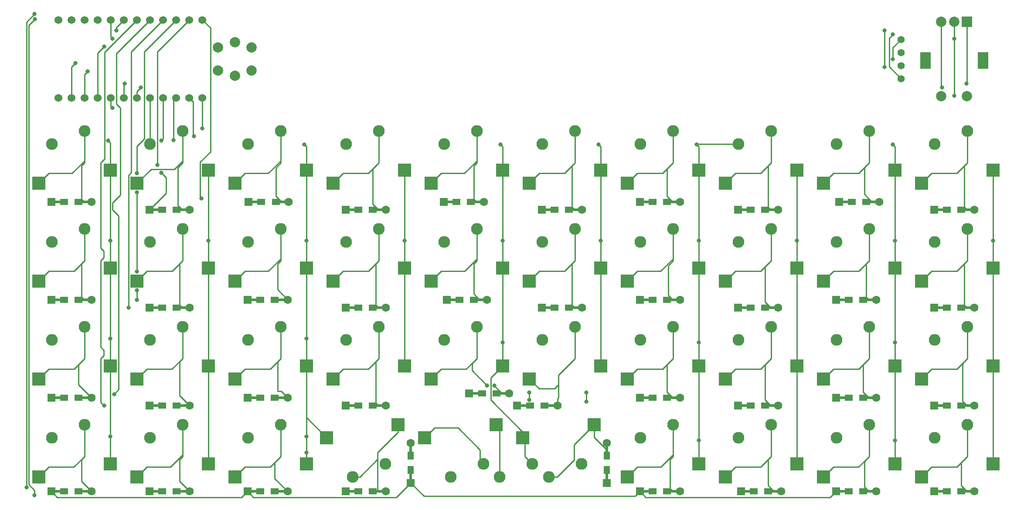
<source format=gbr>
G04 #@! TF.GenerationSoftware,KiCad,Pcbnew,(6.0.4-0)*
G04 #@! TF.CreationDate,2022-05-09T18:43:36-05:00*
G04 #@! TF.ProjectId,freaku4X,66726561-6b75-4345-982e-6b696361645f,rev?*
G04 #@! TF.SameCoordinates,Original*
G04 #@! TF.FileFunction,Copper,L2,Bot*
G04 #@! TF.FilePolarity,Positive*
%FSLAX46Y46*%
G04 Gerber Fmt 4.6, Leading zero omitted, Abs format (unit mm)*
G04 Created by KiCad (PCBNEW (6.0.4-0)) date 2022-05-09 18:43:36*
%MOMM*%
%LPD*%
G01*
G04 APERTURE LIST*
G04 #@! TA.AperFunction,ComponentPad*
%ADD10C,2.286000*%
G04 #@! TD*
G04 #@! TA.AperFunction,SMDPad,CuDef*
%ADD11R,2.550000X2.500000*%
G04 #@! TD*
G04 #@! TA.AperFunction,ComponentPad*
%ADD12C,1.397000*%
G04 #@! TD*
G04 #@! TA.AperFunction,ComponentPad*
%ADD13C,2.000000*%
G04 #@! TD*
G04 #@! TA.AperFunction,ComponentPad*
%ADD14R,2.000000X2.000000*%
G04 #@! TD*
G04 #@! TA.AperFunction,ComponentPad*
%ADD15R,2.000000X3.200000*%
G04 #@! TD*
G04 #@! TA.AperFunction,ComponentPad*
%ADD16C,1.524000*%
G04 #@! TD*
G04 #@! TA.AperFunction,ComponentPad*
%ADD17R,1.600000X1.600000*%
G04 #@! TD*
G04 #@! TA.AperFunction,SMDPad,CuDef*
%ADD18R,1.600000X1.200000*%
G04 #@! TD*
G04 #@! TA.AperFunction,SMDPad,CuDef*
%ADD19R,2.900000X0.500000*%
G04 #@! TD*
G04 #@! TA.AperFunction,ComponentPad*
%ADD20C,1.600000*%
G04 #@! TD*
G04 #@! TA.AperFunction,SMDPad,CuDef*
%ADD21R,1.200000X1.600000*%
G04 #@! TD*
G04 #@! TA.AperFunction,SMDPad,CuDef*
%ADD22R,0.500000X2.900000*%
G04 #@! TD*
G04 #@! TA.AperFunction,ViaPad*
%ADD23C,0.800000*%
G04 #@! TD*
G04 #@! TA.AperFunction,Conductor*
%ADD24C,0.250000*%
G04 #@! TD*
G04 APERTURE END LIST*
D10*
G04 #@! TO.P,SW13,1,A*
G04 #@! TO.N,Net-(D16-Pad2)*
X86677500Y-90170000D03*
D11*
X77847500Y-100330000D03*
G04 #@! TO.P,SW13,2,B*
G04 #@! TO.N,col1*
X91697500Y-97790000D03*
D10*
X80327500Y-92710000D03*
G04 #@! TD*
G04 #@! TO.P,SW16,1,A*
G04 #@! TO.N,Net-(D13-Pad2)*
X143827500Y-90170000D03*
D11*
X134997500Y-100330000D03*
G04 #@! TO.P,SW16,2,B*
G04 #@! TO.N,col3*
X148847500Y-97790000D03*
D10*
X137477500Y-92710000D03*
G04 #@! TD*
D11*
G04 #@! TO.P,SW9,1,A*
G04 #@! TO.N,Net-(D9-Pad2)*
X192147500Y-81280000D03*
D10*
X200977500Y-71120000D03*
D11*
G04 #@! TO.P,SW9,2,B*
G04 #@! TO.N,col4*
X205997500Y-78740000D03*
D10*
X194627500Y-73660000D03*
G04 #@! TD*
G04 #@! TO.P,SW40,1,A*
G04 #@! TO.N,Net-(D35-Pad2)*
X220027500Y-128270000D03*
D11*
X211197500Y-138430000D03*
D10*
G04 #@! TO.P,SW40,2,B*
G04 #@! TO.N,col5*
X213677500Y-130810000D03*
D11*
X225047500Y-135890000D03*
G04 #@! TD*
G04 #@! TO.P,SW41,1,A*
G04 #@! TO.N,Net-(D40-Pad2)*
X230247500Y-138430000D03*
D10*
X239077500Y-128270000D03*
D11*
G04 #@! TO.P,SW41,2,B*
G04 #@! TO.N,col5*
X244097500Y-135890000D03*
D10*
X232727500Y-130810000D03*
G04 #@! TD*
G04 #@! TO.P,SW21,1,A*
G04 #@! TO.N,Net-(D20-Pad2)*
X239077500Y-90170000D03*
D11*
X230247500Y-100330000D03*
G04 #@! TO.P,SW21,2,B*
G04 #@! TO.N,col5*
X244097500Y-97790000D03*
D10*
X232727500Y-92710000D03*
G04 #@! TD*
G04 #@! TO.P,SW14,1,A*
G04 #@! TO.N,Net-(D12-Pad2)*
X105727500Y-90170000D03*
D11*
X96897500Y-100330000D03*
D10*
G04 #@! TO.P,SW14,2,B*
G04 #@! TO.N,col2*
X99377500Y-92710000D03*
D11*
X110747500Y-97790000D03*
G04 #@! TD*
G04 #@! TO.P,SW37,1,A*
G04 #@! TO.N,Net-(D38-Pad2)*
X166627500Y-128270000D03*
D10*
X157797500Y-138430000D03*
D11*
G04 #@! TO.P,SW37,2,B*
G04 #@! TO.N,col3*
X152777500Y-130810000D03*
D10*
X164147500Y-135890000D03*
G04 #@! TD*
D11*
G04 #@! TO.P,SW28,1,A*
G04 #@! TO.N,Net-(D24-Pad2)*
X173097500Y-119380000D03*
D10*
X181927500Y-109220000D03*
G04 #@! TO.P,SW28,2,B*
G04 #@! TO.N,col4*
X175577500Y-111760000D03*
D11*
X186947500Y-116840000D03*
G04 #@! TD*
G04 #@! TO.P,SW23,1,A*
G04 #@! TO.N,Net-(D26-Pad2)*
X77847500Y-119380000D03*
D10*
X86677500Y-109220000D03*
G04 #@! TO.P,SW23,2,B*
G04 #@! TO.N,col1*
X80327500Y-111760000D03*
D11*
X91697500Y-116840000D03*
G04 #@! TD*
D10*
G04 #@! TO.P,SW6,1,A*
G04 #@! TO.N,Net-(D3-Pad2)*
X143827500Y-71120000D03*
D11*
X134997500Y-81280000D03*
D10*
G04 #@! TO.P,SW6,2,B*
G04 #@! TO.N,col3*
X137477500Y-73660000D03*
D11*
X148847500Y-78740000D03*
G04 #@! TD*
D12*
G04 #@! TO.P,OL1,1,SDA*
G04 #@! TO.N,sda*
X226218750Y-60960000D03*
G04 #@! TO.P,OL1,2,SCL*
G04 #@! TO.N,scl*
X226218750Y-58420000D03*
G04 #@! TO.P,OL1,3,VCC*
G04 #@! TO.N,vcc*
X226218750Y-55880000D03*
G04 #@! TO.P,OL1,4,GND*
G04 #@! TO.N,gnd*
X226218750Y-53340000D03*
G04 #@! TD*
D11*
G04 #@! TO.P,SW30,1,A*
G04 #@! TO.N,Net-(D25-Pad2)*
X211197500Y-119380000D03*
D10*
X220027500Y-109220000D03*
D11*
G04 #@! TO.P,SW30,2,B*
G04 #@! TO.N,col5*
X225047500Y-116840000D03*
D10*
X213677500Y-111760000D03*
G04 #@! TD*
G04 #@! TO.P,SW22,1,A*
G04 #@! TO.N,Net-(D21-Pad2)*
X67627500Y-109220000D03*
D11*
X58797500Y-119380000D03*
D10*
G04 #@! TO.P,SW22,2,B*
G04 #@! TO.N,col1*
X61277500Y-111760000D03*
D11*
X72647500Y-116840000D03*
G04 #@! TD*
D10*
G04 #@! TO.P,SW11,1,A*
G04 #@! TO.N,Net-(D10-Pad2)*
X239077500Y-71120000D03*
D11*
X230247500Y-81280000D03*
G04 #@! TO.P,SW11,2,B*
G04 #@! TO.N,col5*
X244097500Y-78740000D03*
D10*
X232727500Y-73660000D03*
G04 #@! TD*
D11*
G04 #@! TO.P,SW32,1,A*
G04 #@! TO.N,Net-(D31-Pad2)*
X58797500Y-138430000D03*
D10*
X67627500Y-128270000D03*
D11*
G04 #@! TO.P,SW32,2,B*
G04 #@! TO.N,col1*
X72647500Y-135890000D03*
D10*
X61277500Y-130810000D03*
G04 #@! TD*
D11*
G04 #@! TO.P,SW7,1,A*
G04 #@! TO.N,Net-(D8-Pad2)*
X154047500Y-81280000D03*
D10*
X162877500Y-71120000D03*
G04 #@! TO.P,SW7,2,B*
G04 #@! TO.N,col3*
X156527500Y-73660000D03*
D11*
X167897500Y-78740000D03*
G04 #@! TD*
D10*
G04 #@! TO.P,SW38,1,A*
G04 #@! TO.N,Net-(D34-Pad2)*
X181927500Y-128270000D03*
D11*
X173097500Y-138430000D03*
G04 #@! TO.P,SW38,2,B*
G04 #@! TO.N,col4*
X186947500Y-135890000D03*
D10*
X175577500Y-130810000D03*
G04 #@! TD*
G04 #@! TO.P,SW36,1,A*
G04 #@! TO.N,Net-(D33-Pad2)*
X138747500Y-138430000D03*
D11*
X147577500Y-128270000D03*
G04 #@! TO.P,SW36,2,B*
G04 #@! TO.N,col3*
X133727500Y-130810000D03*
D10*
X145097500Y-135890000D03*
G04 #@! TD*
G04 #@! TO.P,SW35,1,A*
G04 #@! TO.N,Net-(D37-Pad2)*
X119697500Y-138430000D03*
D11*
X128527500Y-128270000D03*
G04 #@! TO.P,SW35,2,B*
G04 #@! TO.N,col2*
X114677500Y-130810000D03*
D10*
X126047500Y-135890000D03*
G04 #@! TD*
G04 #@! TO.P,SW26,1,A*
G04 #@! TO.N,Net-(D23-Pad2)*
X143827500Y-109220000D03*
D11*
X134997500Y-119380000D03*
D10*
G04 #@! TO.P,SW26,2,B*
G04 #@! TO.N,col3*
X137477500Y-111760000D03*
D11*
X148847500Y-116840000D03*
G04 #@! TD*
G04 #@! TO.P,SW25,1,A*
G04 #@! TO.N,Net-(D27-Pad2)*
X115947500Y-119380000D03*
D10*
X124777500Y-109220000D03*
G04 #@! TO.P,SW25,2,B*
G04 #@! TO.N,col2*
X118427500Y-111760000D03*
D11*
X129797500Y-116840000D03*
G04 #@! TD*
D10*
G04 #@! TO.P,SW18,1,A*
G04 #@! TO.N,Net-(D14-Pad2)*
X181927500Y-90170000D03*
D11*
X173097500Y-100330000D03*
G04 #@! TO.P,SW18,2,B*
G04 #@! TO.N,col4*
X186947500Y-97790000D03*
D10*
X175577500Y-92710000D03*
G04 #@! TD*
D13*
G04 #@! TO.P,SW43,1,A*
G04 #@! TO.N,vcc*
X96837500Y-53900000D03*
G04 #@! TO.P,SW43,2,B*
G04 #@! TO.N,rst*
X96837500Y-60400000D03*
G04 #@! TD*
D11*
G04 #@! TO.P,SW20,1,A*
G04 #@! TO.N,Net-(D15-Pad2)*
X211197500Y-100330000D03*
D10*
X220027500Y-90170000D03*
G04 #@! TO.P,SW20,2,B*
G04 #@! TO.N,col5*
X213677500Y-92710000D03*
D11*
X225047500Y-97790000D03*
G04 #@! TD*
D10*
G04 #@! TO.P,SW19,1,A*
G04 #@! TO.N,Net-(D19-Pad2)*
X200977500Y-90170000D03*
D11*
X192147500Y-100330000D03*
G04 #@! TO.P,SW19,2,B*
G04 #@! TO.N,col4*
X205997500Y-97790000D03*
D10*
X194627500Y-92710000D03*
G04 #@! TD*
G04 #@! TO.P,SW17,1,A*
G04 #@! TO.N,Net-(D18-Pad2)*
X162877500Y-90170000D03*
D11*
X154047500Y-100330000D03*
D10*
G04 #@! TO.P,SW17,2,B*
G04 #@! TO.N,col3*
X156527500Y-92710000D03*
D11*
X167897500Y-97790000D03*
G04 #@! TD*
G04 #@! TO.P,SW12,1,A*
G04 #@! TO.N,Net-(D11-Pad2)*
X58797500Y-100330000D03*
D10*
X67627500Y-90170000D03*
G04 #@! TO.P,SW12,2,B*
G04 #@! TO.N,col1*
X61277500Y-92710000D03*
D11*
X72647500Y-97790000D03*
G04 #@! TD*
G04 #@! TO.P,SW3,1,A*
G04 #@! TO.N,Net-(D6-Pad2)*
X77847500Y-81280000D03*
D10*
X86677500Y-71120000D03*
D11*
G04 #@! TO.P,SW3,2,B*
G04 #@! TO.N,col1*
X91697500Y-78740000D03*
D10*
X80327500Y-73660000D03*
G04 #@! TD*
D11*
G04 #@! TO.P,SW2,1,A*
G04 #@! TO.N,Net-(D1-Pad2)*
X58797500Y-81280000D03*
D10*
X67627500Y-71120000D03*
G04 #@! TO.P,SW2,2,B*
G04 #@! TO.N,col1*
X61277500Y-73660000D03*
D11*
X72647500Y-78740000D03*
G04 #@! TD*
D10*
G04 #@! TO.P,SW5,1,A*
G04 #@! TO.N,Net-(D7-Pad2)*
X124777500Y-71120000D03*
D11*
X115947500Y-81280000D03*
D10*
G04 #@! TO.P,SW5,2,B*
G04 #@! TO.N,col2*
X118427500Y-73660000D03*
D11*
X129797500Y-78740000D03*
G04 #@! TD*
D10*
G04 #@! TO.P,SW44,1,A*
G04 #@! TO.N,Net-(D33-Pad2)*
X148272500Y-138430000D03*
G04 #@! TO.P,SW44,2,B*
G04 #@! TO.N,col3*
X154622500Y-135890000D03*
G04 #@! TD*
G04 #@! TO.P,SW33,1,A*
G04 #@! TO.N,Net-(D36-Pad2)*
X86677500Y-128270000D03*
D11*
X77847500Y-138430000D03*
D10*
G04 #@! TO.P,SW33,2,B*
G04 #@! TO.N,col1*
X80327500Y-130810000D03*
D11*
X91697500Y-135890000D03*
G04 #@! TD*
D10*
G04 #@! TO.P,SW4,1,A*
G04 #@! TO.N,Net-(D2-Pad2)*
X105727500Y-71120000D03*
D11*
X96897500Y-81280000D03*
D10*
G04 #@! TO.P,SW4,2,B*
G04 #@! TO.N,col2*
X99377500Y-73660000D03*
D11*
X110747500Y-78740000D03*
G04 #@! TD*
G04 #@! TO.P,SW24,1,A*
G04 #@! TO.N,Net-(D22-Pad2)*
X96897500Y-119380000D03*
D10*
X105727500Y-109220000D03*
G04 #@! TO.P,SW24,2,B*
G04 #@! TO.N,col2*
X99377500Y-111760000D03*
D11*
X110747500Y-116840000D03*
G04 #@! TD*
D14*
G04 #@! TO.P,SW1,A,A*
G04 #@! TO.N,padA*
X239037500Y-49900000D03*
D13*
G04 #@! TO.P,SW1,B,B*
G04 #@! TO.N,padB*
X234037500Y-49900000D03*
G04 #@! TO.P,SW1,C,C*
G04 #@! TO.N,gnd*
X236537500Y-49900000D03*
D15*
G04 #@! TO.P,SW1,MP*
G04 #@! TO.N,N/C*
X242137500Y-57400000D03*
X230937500Y-57400000D03*
D13*
G04 #@! TO.P,SW1,S1,S1*
G04 #@! TO.N,gnd*
X234037500Y-64400000D03*
G04 #@! TO.P,SW1,S2,S2*
G04 #@! TO.N,encoder_switch*
X239037500Y-64400000D03*
G04 #@! TD*
D11*
G04 #@! TO.P,SW10,1,A*
G04 #@! TO.N,Net-(D5-Pad2)*
X211197500Y-81280000D03*
D10*
X220027500Y-71120000D03*
D11*
G04 #@! TO.P,SW10,2,B*
G04 #@! TO.N,col5*
X225047500Y-78740000D03*
D10*
X213677500Y-73660000D03*
G04 #@! TD*
D11*
G04 #@! TO.P,SW8,1,A*
G04 #@! TO.N,Net-(D4-Pad2)*
X173097500Y-81280000D03*
D10*
X181927500Y-71120000D03*
D11*
G04 #@! TO.P,SW8,2,B*
G04 #@! TO.N,col4*
X186947500Y-78740000D03*
D10*
X175577500Y-73660000D03*
G04 #@! TD*
D16*
G04 #@! TO.P,U1,1,TX0/PD3*
G04 #@! TO.N,row8*
X62565750Y-49538600D03*
G04 #@! TO.P,U1,2,RX1/PD2*
G04 #@! TO.N,row7*
X65105750Y-49538600D03*
G04 #@! TO.P,U1,3,GND*
G04 #@! TO.N,unconnected-(U1-Pad3)*
X67645750Y-49538600D03*
G04 #@! TO.P,U1,4,GND*
G04 #@! TO.N,unconnected-(U1-Pad4)*
X70185750Y-49538600D03*
G04 #@! TO.P,U1,5,2/PD1*
G04 #@! TO.N,sda*
X72725750Y-49538600D03*
G04 #@! TO.P,U1,6,3/PD0*
G04 #@! TO.N,scl*
X75265750Y-49538600D03*
G04 #@! TO.P,U1,7,4/PD4*
G04 #@! TO.N,row6*
X77805750Y-49538600D03*
G04 #@! TO.P,U1,8,5/PC6*
G04 #@! TO.N,row5*
X80345750Y-49538600D03*
G04 #@! TO.P,U1,9,6/PD7*
G04 #@! TO.N,row4*
X82885750Y-49538600D03*
G04 #@! TO.P,U1,10,7/PE6*
G04 #@! TO.N,row3*
X85425750Y-49538600D03*
G04 #@! TO.P,U1,11,8/PB4*
G04 #@! TO.N,row2*
X87965750Y-49538600D03*
G04 #@! TO.P,U1,12,9/PB5*
G04 #@! TO.N,row1*
X90505750Y-49538600D03*
G04 #@! TO.P,U1,13,10/PB6*
G04 #@! TO.N,col5*
X90505750Y-64758600D03*
G04 #@! TO.P,U1,14,16/PB2*
G04 #@! TO.N,col4*
X87965750Y-64758600D03*
G04 #@! TO.P,U1,15,14/PB3*
G04 #@! TO.N,col3*
X85425750Y-64758600D03*
G04 #@! TO.P,U1,16,15/PB1*
G04 #@! TO.N,col2*
X82885750Y-64758600D03*
G04 #@! TO.P,U1,17,A0/PF7*
G04 #@! TO.N,col1*
X80345750Y-64758600D03*
G04 #@! TO.P,U1,18,A1/PF6*
G04 #@! TO.N,padB*
X77805750Y-64758600D03*
G04 #@! TO.P,U1,19,A2/PF5*
G04 #@! TO.N,padA*
X75265750Y-64758600D03*
G04 #@! TO.P,U1,20,A3/PF4*
G04 #@! TO.N,encoder_switch*
X72725750Y-64758600D03*
G04 #@! TO.P,U1,21,VCC*
G04 #@! TO.N,vcc*
X70185750Y-64758600D03*
G04 #@! TO.P,U1,22,RST*
G04 #@! TO.N,rst*
X67645750Y-64758600D03*
G04 #@! TO.P,U1,23,GND*
G04 #@! TO.N,gnd*
X65105750Y-64758600D03*
G04 #@! TO.P,U1,24,RAW*
G04 #@! TO.N,unconnected-(U1-Pad24)*
X62565750Y-64758600D03*
G04 #@! TD*
D11*
G04 #@! TO.P,SW29,1,A*
G04 #@! TO.N,Net-(D29-Pad2)*
X192147500Y-119380000D03*
D10*
X200977500Y-109220000D03*
G04 #@! TO.P,SW29,2,B*
G04 #@! TO.N,col4*
X194627500Y-111760000D03*
D11*
X205997500Y-116840000D03*
G04 #@! TD*
G04 #@! TO.P,SW39,1,A*
G04 #@! TO.N,Net-(D39-Pad2)*
X192147500Y-138430000D03*
D10*
X200977500Y-128270000D03*
D11*
G04 #@! TO.P,SW39,2,B*
G04 #@! TO.N,col4*
X205997500Y-135890000D03*
D10*
X194627500Y-130810000D03*
G04 #@! TD*
D11*
G04 #@! TO.P,SW31,1,A*
G04 #@! TO.N,Net-(D30-Pad2)*
X230247500Y-119380000D03*
D10*
X239077500Y-109220000D03*
D11*
G04 #@! TO.P,SW31,2,B*
G04 #@! TO.N,col5*
X244097500Y-116840000D03*
D10*
X232727500Y-111760000D03*
G04 #@! TD*
D11*
G04 #@! TO.P,SW27,1,A*
G04 #@! TO.N,Net-(D28-Pad2)*
X154047500Y-119380000D03*
D10*
X162877500Y-109220000D03*
D11*
G04 #@! TO.P,SW27,2,B*
G04 #@! TO.N,col3*
X167897500Y-116840000D03*
D10*
X156527500Y-111760000D03*
G04 #@! TD*
D11*
G04 #@! TO.P,SW34,1,A*
G04 #@! TO.N,Net-(D32-Pad2)*
X96897500Y-138430000D03*
D10*
X105727500Y-128270000D03*
D11*
G04 #@! TO.P,SW34,2,B*
G04 #@! TO.N,col2*
X110747500Y-135890000D03*
D10*
X99377500Y-130810000D03*
G04 #@! TD*
D11*
G04 #@! TO.P,SW15,1,A*
G04 #@! TO.N,Net-(D17-Pad2)*
X115947500Y-100330000D03*
D10*
X124777500Y-90170000D03*
G04 #@! TO.P,SW15,2,B*
G04 #@! TO.N,col2*
X118427500Y-92710000D03*
D11*
X129797500Y-97790000D03*
G04 #@! TD*
D17*
G04 #@! TO.P,D22,1,K*
G04 #@! TO.N,row5*
X99287500Y-123031250D03*
D18*
X101787500Y-123031250D03*
D19*
X100687500Y-123031250D03*
G04 #@! TO.P,D22,2,A*
G04 #@! TO.N,Net-(D22-Pad2)*
X105687500Y-123031250D03*
D18*
X104587500Y-123031250D03*
D20*
X107087500Y-123031250D03*
G04 #@! TD*
D17*
G04 #@! TO.P,D15,1,K*
G04 #@! TO.N,row3*
X213587500Y-103981250D03*
D19*
X214987500Y-103981250D03*
D18*
X216087500Y-103981250D03*
D20*
G04 #@! TO.P,D15,2,A*
G04 #@! TO.N,Net-(D15-Pad2)*
X221387500Y-103981250D03*
D19*
X219987500Y-103981250D03*
D18*
X218887500Y-103981250D03*
G04 #@! TD*
D17*
G04 #@! TO.P,D1,1,K*
G04 #@! TO.N,row1*
X61187500Y-84931250D03*
D18*
X63687500Y-84931250D03*
D19*
X62587500Y-84931250D03*
D18*
G04 #@! TO.P,D1,2,A*
G04 #@! TO.N,Net-(D1-Pad2)*
X66487500Y-84931250D03*
D19*
X67587500Y-84931250D03*
D20*
X68987500Y-84931250D03*
G04 #@! TD*
D18*
G04 #@! TO.P,D19,1,K*
G04 #@! TO.N,row4*
X197037500Y-105568750D03*
D17*
X194537500Y-105568750D03*
D19*
X195937500Y-105568750D03*
G04 #@! TO.P,D19,2,A*
G04 #@! TO.N,Net-(D19-Pad2)*
X200937500Y-105568750D03*
D18*
X199837500Y-105568750D03*
D20*
X202337500Y-105568750D03*
G04 #@! TD*
D17*
G04 #@! TO.P,D7,1,K*
G04 #@! TO.N,row2*
X118337500Y-86518750D03*
D18*
X120837500Y-86518750D03*
D19*
X119737500Y-86518750D03*
G04 #@! TO.P,D7,2,A*
G04 #@! TO.N,Net-(D7-Pad2)*
X124737500Y-86518750D03*
D18*
X123637500Y-86518750D03*
D20*
X126137500Y-86518750D03*
G04 #@! TD*
D19*
G04 #@! TO.P,D29,1,K*
G04 #@! TO.N,row6*
X195937500Y-124618750D03*
D17*
X194537500Y-124618750D03*
D18*
X197037500Y-124618750D03*
D20*
G04 #@! TO.P,D29,2,A*
G04 #@! TO.N,Net-(D29-Pad2)*
X202337500Y-124618750D03*
D18*
X199837500Y-124618750D03*
D19*
X200937500Y-124618750D03*
G04 #@! TD*
G04 #@! TO.P,D26,1,K*
G04 #@! TO.N,row6*
X81637500Y-124618750D03*
D17*
X80237500Y-124618750D03*
D18*
X82737500Y-124618750D03*
D19*
G04 #@! TO.P,D26,2,A*
G04 #@! TO.N,Net-(D26-Pad2)*
X86637500Y-124618750D03*
D18*
X85537500Y-124618750D03*
D20*
X88037500Y-124618750D03*
G04 #@! TD*
D19*
G04 #@! TO.P,D8,1,K*
G04 #@! TO.N,row2*
X157837500Y-86518750D03*
D18*
X158937500Y-86518750D03*
D17*
X156437500Y-86518750D03*
D19*
G04 #@! TO.P,D8,2,A*
G04 #@! TO.N,Net-(D8-Pad2)*
X162837500Y-86518750D03*
D18*
X161737500Y-86518750D03*
D20*
X164237500Y-86518750D03*
G04 #@! TD*
D18*
G04 #@! TO.P,D34,1,K*
G04 #@! TO.N,row7*
X177987500Y-141287500D03*
D17*
X175487500Y-141287500D03*
D19*
X176887500Y-141287500D03*
G04 #@! TO.P,D34,2,A*
G04 #@! TO.N,Net-(D34-Pad2)*
X181887500Y-141287500D03*
D18*
X180787500Y-141287500D03*
D20*
X183287500Y-141287500D03*
G04 #@! TD*
D19*
G04 #@! TO.P,D14,1,K*
G04 #@! TO.N,row3*
X176887500Y-103981250D03*
D18*
X177987500Y-103981250D03*
D17*
X175487500Y-103981250D03*
D19*
G04 #@! TO.P,D14,2,A*
G04 #@! TO.N,Net-(D14-Pad2)*
X181887500Y-103981250D03*
D18*
X180787500Y-103981250D03*
D20*
X183287500Y-103981250D03*
G04 #@! TD*
D18*
G04 #@! TO.P,D11,1,K*
G04 #@! TO.N,row3*
X63687500Y-103981250D03*
D17*
X61187500Y-103981250D03*
D19*
X62587500Y-103981250D03*
G04 #@! TO.P,D11,2,A*
G04 #@! TO.N,Net-(D11-Pad2)*
X67587500Y-103981250D03*
D18*
X66487500Y-103981250D03*
D20*
X68987500Y-103981250D03*
G04 #@! TD*
D17*
G04 #@! TO.P,D37,1,K*
G04 #@! TO.N,row8*
X118337500Y-141287500D03*
D19*
X119737500Y-141287500D03*
D18*
X120837500Y-141287500D03*
G04 #@! TO.P,D37,2,A*
G04 #@! TO.N,Net-(D37-Pad2)*
X123637500Y-141287500D03*
D19*
X124737500Y-141287500D03*
D20*
X126137500Y-141287500D03*
G04 #@! TD*
D19*
G04 #@! TO.P,D35,1,K*
G04 #@! TO.N,row7*
X214987500Y-141287500D03*
D18*
X216087500Y-141287500D03*
D17*
X213587500Y-141287500D03*
D19*
G04 #@! TO.P,D35,2,A*
G04 #@! TO.N,Net-(D35-Pad2)*
X219987500Y-141287500D03*
D18*
X218887500Y-141287500D03*
D20*
X221387500Y-141287500D03*
G04 #@! TD*
D17*
G04 #@! TO.P,D25,1,K*
G04 #@! TO.N,row5*
X213587500Y-123031250D03*
D19*
X214987500Y-123031250D03*
D18*
X216087500Y-123031250D03*
D20*
G04 #@! TO.P,D25,2,A*
G04 #@! TO.N,Net-(D25-Pad2)*
X221387500Y-123031250D03*
D19*
X219987500Y-123031250D03*
D18*
X218887500Y-123031250D03*
G04 #@! TD*
G04 #@! TO.P,D5,1,K*
G04 #@! TO.N,row1*
X216693750Y-84931250D03*
D17*
X214193750Y-84931250D03*
D19*
X215593750Y-84931250D03*
G04 #@! TO.P,D5,2,A*
G04 #@! TO.N,Net-(D5-Pad2)*
X220593750Y-84931250D03*
D20*
X221993750Y-84931250D03*
D18*
X219493750Y-84931250D03*
G04 #@! TD*
G04 #@! TO.P,D39,1,K*
G04 #@! TO.N,row8*
X197643750Y-141287500D03*
D19*
X196543750Y-141287500D03*
D17*
X195143750Y-141287500D03*
D18*
G04 #@! TO.P,D39,2,A*
G04 #@! TO.N,Net-(D39-Pad2)*
X200443750Y-141287500D03*
D19*
X201543750Y-141287500D03*
D20*
X202943750Y-141287500D03*
G04 #@! TD*
D17*
G04 #@! TO.P,D31,1,K*
G04 #@! TO.N,row7*
X61187500Y-141287500D03*
D19*
X62587500Y-141287500D03*
D18*
X63687500Y-141287500D03*
G04 #@! TO.P,D31,2,A*
G04 #@! TO.N,Net-(D31-Pad2)*
X66487500Y-141287500D03*
D19*
X67587500Y-141287500D03*
D20*
X68987500Y-141287500D03*
G04 #@! TD*
D18*
G04 #@! TO.P,D10,1,K*
G04 #@! TO.N,row2*
X235137500Y-86518750D03*
D17*
X232637500Y-86518750D03*
D19*
X234037500Y-86518750D03*
D20*
G04 #@! TO.P,D10,2,A*
G04 #@! TO.N,Net-(D10-Pad2)*
X240437500Y-86518750D03*
D18*
X237937500Y-86518750D03*
D19*
X239037500Y-86518750D03*
G04 #@! TD*
D18*
G04 #@! TO.P,D24,1,K*
G04 #@! TO.N,row5*
X177987500Y-123031250D03*
D17*
X175487500Y-123031250D03*
D19*
X176887500Y-123031250D03*
D18*
G04 #@! TO.P,D24,2,A*
G04 #@! TO.N,Net-(D24-Pad2)*
X180787500Y-123031250D03*
D20*
X183287500Y-123031250D03*
D19*
X181887500Y-123031250D03*
G04 #@! TD*
D18*
G04 #@! TO.P,D23,1,K*
G04 #@! TO.N,row5*
X144837500Y-122237500D03*
D17*
X142337500Y-122237500D03*
D19*
X143737500Y-122237500D03*
D20*
G04 #@! TO.P,D23,2,A*
G04 #@! TO.N,Net-(D23-Pad2)*
X150137500Y-122237500D03*
D18*
X147637500Y-122237500D03*
D19*
X148737500Y-122237500D03*
G04 #@! TD*
D17*
G04 #@! TO.P,D13,1,K*
G04 #@! TO.N,row3*
X137993750Y-103981250D03*
D19*
X139393750Y-103981250D03*
D18*
X140493750Y-103981250D03*
G04 #@! TO.P,D13,2,A*
G04 #@! TO.N,Net-(D13-Pad2)*
X143293750Y-103981250D03*
D20*
X145793750Y-103981250D03*
D19*
X144393750Y-103981250D03*
G04 #@! TD*
D18*
G04 #@! TO.P,D16,1,K*
G04 #@! TO.N,row4*
X82737500Y-105568750D03*
D17*
X80237500Y-105568750D03*
D19*
X81637500Y-105568750D03*
G04 #@! TO.P,D16,2,A*
G04 #@! TO.N,Net-(D16-Pad2)*
X86637500Y-105568750D03*
D20*
X88037500Y-105568750D03*
D18*
X85537500Y-105568750D03*
G04 #@! TD*
G04 #@! TO.P,D27,1,K*
G04 #@! TO.N,row6*
X120837500Y-124618750D03*
D17*
X118337500Y-124618750D03*
D19*
X119737500Y-124618750D03*
D18*
G04 #@! TO.P,D27,2,A*
G04 #@! TO.N,Net-(D27-Pad2)*
X123637500Y-124618750D03*
D20*
X126137500Y-124618750D03*
D19*
X124737500Y-124618750D03*
G04 #@! TD*
D18*
G04 #@! TO.P,D40,1,K*
G04 #@! TO.N,row8*
X235137500Y-141287500D03*
D19*
X234037500Y-141287500D03*
D17*
X232637500Y-141287500D03*
D19*
G04 #@! TO.P,D40,2,A*
G04 #@! TO.N,Net-(D40-Pad2)*
X239037500Y-141287500D03*
D20*
X240437500Y-141287500D03*
D18*
X237937500Y-141287500D03*
G04 #@! TD*
D19*
G04 #@! TO.P,D20,1,K*
G04 #@! TO.N,row4*
X234037500Y-105568750D03*
D18*
X235137500Y-105568750D03*
D17*
X232637500Y-105568750D03*
D20*
G04 #@! TO.P,D20,2,A*
G04 #@! TO.N,Net-(D20-Pad2)*
X240437500Y-105568750D03*
D18*
X237937500Y-105568750D03*
D19*
X239037500Y-105568750D03*
G04 #@! TD*
D13*
G04 #@! TO.P,SW42,1,A*
G04 #@! TO.N,vcc*
X100087500Y-54900000D03*
X93587500Y-54900000D03*
G04 #@! TO.P,SW42,2,B*
G04 #@! TO.N,rst*
X100087500Y-59400000D03*
X93587500Y-59400000D03*
G04 #@! TD*
D17*
G04 #@! TO.P,D4,1,K*
G04 #@! TO.N,row1*
X175487500Y-84931250D03*
D19*
X176887500Y-84931250D03*
D18*
X177987500Y-84931250D03*
G04 #@! TO.P,D4,2,A*
G04 #@! TO.N,Net-(D4-Pad2)*
X180787500Y-84931250D03*
D19*
X181887500Y-84931250D03*
D20*
X183287500Y-84931250D03*
G04 #@! TD*
D21*
G04 #@! TO.P,D33,1,K*
G04 #@! TO.N,row7*
X130968750Y-137131250D03*
D17*
X130968750Y-139631250D03*
D22*
X130968750Y-138231250D03*
G04 #@! TO.P,D33,2,A*
G04 #@! TO.N,Net-(D33-Pad2)*
X130968750Y-133231250D03*
D21*
X130968750Y-134331250D03*
D20*
X130968750Y-131831250D03*
G04 #@! TD*
D18*
G04 #@! TO.P,D28,1,K*
G04 #@! TO.N,row6*
X154175000Y-124618750D03*
D19*
X153075000Y-124618750D03*
D17*
X151675000Y-124618750D03*
D19*
G04 #@! TO.P,D28,2,A*
G04 #@! TO.N,Net-(D28-Pad2)*
X158075000Y-124618750D03*
D18*
X156975000Y-124618750D03*
D20*
X159475000Y-124618750D03*
G04 #@! TD*
D19*
G04 #@! TO.P,D32,1,K*
G04 #@! TO.N,row7*
X100687500Y-141287500D03*
D18*
X101787500Y-141287500D03*
D17*
X99287500Y-141287500D03*
D18*
G04 #@! TO.P,D32,2,A*
G04 #@! TO.N,Net-(D32-Pad2)*
X104587500Y-141287500D03*
D19*
X105687500Y-141287500D03*
D20*
X107087500Y-141287500D03*
G04 #@! TD*
D17*
G04 #@! TO.P,D30,1,K*
G04 #@! TO.N,row6*
X232637500Y-124618750D03*
D18*
X235137500Y-124618750D03*
D19*
X234037500Y-124618750D03*
G04 #@! TO.P,D30,2,A*
G04 #@! TO.N,Net-(D30-Pad2)*
X239037500Y-124618750D03*
D18*
X237937500Y-124618750D03*
D20*
X240437500Y-124618750D03*
G04 #@! TD*
D17*
G04 #@! TO.P,D2,1,K*
G04 #@! TO.N,row1*
X99475000Y-84931250D03*
D18*
X101975000Y-84931250D03*
D19*
X100875000Y-84931250D03*
D18*
G04 #@! TO.P,D2,2,A*
G04 #@! TO.N,Net-(D2-Pad2)*
X104775000Y-84931250D03*
D20*
X107275000Y-84931250D03*
D19*
X105875000Y-84931250D03*
G04 #@! TD*
D18*
G04 #@! TO.P,D17,1,K*
G04 #@! TO.N,row4*
X120837500Y-105568750D03*
D17*
X118337500Y-105568750D03*
D19*
X119737500Y-105568750D03*
G04 #@! TO.P,D17,2,A*
G04 #@! TO.N,Net-(D17-Pad2)*
X124737500Y-105568750D03*
D18*
X123637500Y-105568750D03*
D20*
X126137500Y-105568750D03*
G04 #@! TD*
D17*
G04 #@! TO.P,D6,1,K*
G04 #@! TO.N,row2*
X80237500Y-86518750D03*
D18*
X82737500Y-86518750D03*
D19*
X81637500Y-86518750D03*
G04 #@! TO.P,D6,2,A*
G04 #@! TO.N,Net-(D6-Pad2)*
X86637500Y-86518750D03*
D20*
X88037500Y-86518750D03*
D18*
X85537500Y-86518750D03*
G04 #@! TD*
D19*
G04 #@! TO.P,D9,1,K*
G04 #@! TO.N,row2*
X195937500Y-86518750D03*
D17*
X194537500Y-86518750D03*
D18*
X197037500Y-86518750D03*
D20*
G04 #@! TO.P,D9,2,A*
G04 #@! TO.N,Net-(D9-Pad2)*
X202337500Y-86518750D03*
D19*
X200937500Y-86518750D03*
D18*
X199837500Y-86518750D03*
G04 #@! TD*
G04 #@! TO.P,D36,1,K*
G04 #@! TO.N,row8*
X82737500Y-141287500D03*
D17*
X80237500Y-141287500D03*
D19*
X81637500Y-141287500D03*
G04 #@! TO.P,D36,2,A*
G04 #@! TO.N,Net-(D36-Pad2)*
X86637500Y-141287500D03*
D20*
X88037500Y-141287500D03*
D18*
X85537500Y-141287500D03*
G04 #@! TD*
D17*
G04 #@! TO.P,D38,1,K*
G04 #@! TO.N,row8*
X169068750Y-139631250D03*
D22*
X169068750Y-138231250D03*
D21*
X169068750Y-137131250D03*
G04 #@! TO.P,D38,2,A*
G04 #@! TO.N,Net-(D38-Pad2)*
X169068750Y-134331250D03*
D20*
X169068750Y-131831250D03*
D22*
X169068750Y-133231250D03*
G04 #@! TD*
D19*
G04 #@! TO.P,D21,1,K*
G04 #@! TO.N,row5*
X62587500Y-123031250D03*
D17*
X61187500Y-123031250D03*
D18*
X63687500Y-123031250D03*
D19*
G04 #@! TO.P,D21,2,A*
G04 #@! TO.N,Net-(D21-Pad2)*
X67587500Y-123031250D03*
D18*
X66487500Y-123031250D03*
D20*
X68987500Y-123031250D03*
G04 #@! TD*
D17*
G04 #@! TO.P,D3,1,K*
G04 #@! TO.N,row1*
X137387500Y-84931250D03*
D19*
X138787500Y-84931250D03*
D18*
X139887500Y-84931250D03*
D20*
G04 #@! TO.P,D3,2,A*
G04 #@! TO.N,Net-(D3-Pad2)*
X145187500Y-84931250D03*
D18*
X142687500Y-84931250D03*
D19*
X143787500Y-84931250D03*
G04 #@! TD*
G04 #@! TO.P,D12,1,K*
G04 #@! TO.N,row3*
X100687500Y-103981250D03*
D18*
X101787500Y-103981250D03*
D17*
X99287500Y-103981250D03*
D18*
G04 #@! TO.P,D12,2,A*
G04 #@! TO.N,Net-(D12-Pad2)*
X104587500Y-103981250D03*
D20*
X107087500Y-103981250D03*
D19*
X105687500Y-103981250D03*
G04 #@! TD*
D17*
G04 #@! TO.P,D18,1,K*
G04 #@! TO.N,row4*
X156437500Y-105568750D03*
D18*
X158937500Y-105568750D03*
D19*
X157837500Y-105568750D03*
D20*
G04 #@! TO.P,D18,2,A*
G04 #@! TO.N,Net-(D18-Pad2)*
X164237500Y-105568750D03*
D19*
X162837500Y-105568750D03*
D18*
X161737500Y-105568750D03*
G04 #@! TD*
D23*
G04 #@! TO.N,row1*
X90374521Y-84250479D03*
G04 #@! TO.N,row2*
X81756250Y-77787500D03*
X82550000Y-79292921D03*
G04 #@! TO.N,row3*
X77787500Y-83129502D03*
X77787500Y-103981250D03*
X77787500Y-79375000D03*
X77787500Y-98480498D03*
X77787500Y-102179502D03*
G04 #@! TO.N,row4*
X76200000Y-105568750D03*
G04 #@! TO.N,row5*
X73372000Y-122350479D03*
G04 #@! TO.N,Net-(D23-Pad2)*
X145788489Y-120650000D03*
X147237489Y-120650000D03*
G04 #@! TO.N,row6*
X153987500Y-122002079D03*
X165100000Y-123825000D03*
X71437500Y-124618750D03*
X165100000Y-122002079D03*
X153987500Y-123451079D03*
G04 #@! TO.N,row7*
X56356250Y-140493750D03*
X57943750Y-48418750D03*
G04 #@! TO.N,row8*
X57956298Y-49430801D03*
X57943750Y-142012000D03*
G04 #@! TO.N,sda*
X224631250Y-52387500D03*
X73025000Y-53181250D03*
G04 #@! TO.N,scl*
X73818750Y-51593750D03*
X223043750Y-51593750D03*
X223043750Y-58737500D03*
G04 #@! TO.N,vcc*
X71437500Y-54768750D03*
G04 #@! TO.N,gnd*
X236537500Y-64293750D03*
X224631250Y-57150000D03*
X236537500Y-53181250D03*
X65881250Y-57943750D03*
G04 #@! TO.N,padA*
X75406250Y-61912500D03*
X238918750Y-61912500D03*
G04 #@! TO.N,padB*
X78534739Y-62707511D03*
X234156250Y-62707511D03*
G04 #@! TO.N,encoder_switch*
X73025000Y-66675000D03*
G04 #@! TO.N,col1*
X91697500Y-92452500D03*
X72647500Y-111541250D03*
X72647500Y-92452500D03*
X72647500Y-130591250D03*
X72231250Y-73025000D03*
G04 #@! TO.N,col2*
X129797500Y-92491250D03*
X110747500Y-92491250D03*
X110747500Y-133766250D03*
X110331250Y-73818750D03*
X110747500Y-111541250D03*
X110747500Y-130552500D03*
X82550000Y-73025000D03*
G04 #@! TO.N,col3*
X84931250Y-72935500D03*
X167481250Y-73818750D03*
X148847500Y-112296250D03*
X167897500Y-92452500D03*
X148431250Y-73818750D03*
X148847500Y-92491250D03*
G04 #@! TO.N,col4*
X88900000Y-72211000D03*
X186947500Y-131385000D03*
X186531250Y-73818750D03*
X186947500Y-112335000D03*
X205997500Y-92452500D03*
X186947500Y-92491250D03*
G04 #@! TO.N,col5*
X90487500Y-70643750D03*
X225047500Y-112335000D03*
X244097500Y-92452500D03*
X225047500Y-131346250D03*
X225047500Y-92452500D03*
X224631250Y-73818750D03*
G04 #@! TO.N,rst*
X68262500Y-59531250D03*
G04 #@! TD*
D24*
G04 #@! TO.N,row1*
X92075000Y-75188478D02*
X90097989Y-77165489D01*
X90097989Y-83973947D02*
X90374521Y-84250479D01*
X92075000Y-51107850D02*
X92075000Y-75188478D01*
X90097989Y-77165489D02*
X90097989Y-83973947D01*
X90505750Y-49538600D02*
X92075000Y-51107850D01*
G04 #@! TO.N,Net-(D1-Pad2)*
X65231475Y-79405479D02*
X60672021Y-79405479D01*
X67627500Y-71120000D02*
X67627500Y-77009454D01*
X67627500Y-77359026D02*
X67022979Y-77963547D01*
X67022979Y-77963547D02*
X67022979Y-84366729D01*
X67022979Y-84366729D02*
X67587500Y-84931250D01*
X67627500Y-71120000D02*
X67627500Y-77359026D01*
X60672021Y-79405479D02*
X58797500Y-81280000D01*
X67627500Y-77009454D02*
X65231475Y-79405479D01*
G04 #@! TO.N,Net-(D2-Pad2)*
X104775000Y-78311526D02*
X104775000Y-83831250D01*
X103331475Y-79405479D02*
X98772021Y-79405479D01*
X105727500Y-71120000D02*
X105727500Y-77009454D01*
X105727500Y-71120000D02*
X105727500Y-77359026D01*
X105727500Y-77009454D02*
X103331475Y-79405479D01*
X98772021Y-79405479D02*
X96897500Y-81280000D01*
X104775000Y-83831250D02*
X105875000Y-84931250D01*
X105727500Y-77359026D02*
X104775000Y-78311526D01*
G04 #@! TO.N,Net-(D3-Pad2)*
X143827500Y-71120000D02*
X143827500Y-77359026D01*
X143222979Y-84366729D02*
X143787500Y-84931250D01*
X143827500Y-77359026D02*
X143222979Y-77963547D01*
X141431475Y-79405479D02*
X136872021Y-79405479D01*
X143222979Y-77963547D02*
X143222979Y-84366729D01*
X143827500Y-77009454D02*
X141431475Y-79405479D01*
X136872021Y-79405479D02*
X134997500Y-81280000D01*
X143827500Y-71120000D02*
X143827500Y-77009454D01*
G04 #@! TO.N,Net-(D4-Pad2)*
X180787500Y-78499026D02*
X180787500Y-83831250D01*
X180787500Y-83831250D02*
X181887500Y-84931250D01*
X181927500Y-71120000D02*
X181927500Y-77359026D01*
X181927500Y-77359026D02*
X180787500Y-78499026D01*
X181927500Y-77359026D02*
X179881047Y-79405479D01*
X179881047Y-79405479D02*
X174972021Y-79405479D01*
X174972021Y-79405479D02*
X173097500Y-81280000D01*
G04 #@! TO.N,Net-(D5-Pad2)*
X220027500Y-77359026D02*
X217981047Y-79405479D01*
X213072021Y-79405479D02*
X211197500Y-81280000D01*
X219075000Y-83412500D02*
X220593750Y-84931250D01*
X220027500Y-71120000D02*
X220027500Y-77359026D01*
X220027500Y-77359026D02*
X219075000Y-78311526D01*
X219075000Y-78311526D02*
X219075000Y-83412500D01*
X217981047Y-79405479D02*
X213072021Y-79405479D01*
G04 #@! TO.N,row2*
X83472021Y-80214942D02*
X83472021Y-83284229D01*
X81799239Y-75188807D02*
X81756250Y-75231796D01*
X81799239Y-55705111D02*
X81799239Y-75188807D01*
X81756250Y-75231796D02*
X81756250Y-77787500D01*
X87965750Y-49538600D02*
X81799239Y-55705111D01*
X82550000Y-79292921D02*
X83472021Y-80214942D01*
X83472021Y-83284229D02*
X80237500Y-86518750D01*
G04 #@! TO.N,Net-(D6-Pad2)*
X85118533Y-78568421D02*
X86677500Y-77009454D01*
X85725000Y-85606250D02*
X86637500Y-86518750D01*
X77847500Y-81280000D02*
X80559079Y-78568421D01*
X86677500Y-71120000D02*
X86677500Y-77359026D01*
X85725000Y-78311526D02*
X85725000Y-85606250D01*
X86677500Y-77359026D02*
X85725000Y-78311526D01*
X80559079Y-78568421D02*
X85118533Y-78568421D01*
X86677500Y-77009454D02*
X86677500Y-71120000D01*
G04 #@! TO.N,Net-(D7-Pad2)*
X124777500Y-77359026D02*
X123637500Y-78499026D01*
X124777500Y-77359026D02*
X122731047Y-79405479D01*
X123637500Y-78499026D02*
X123637500Y-85418750D01*
X123637500Y-85418750D02*
X124737500Y-86518750D01*
X122731047Y-79405479D02*
X117822021Y-79405479D01*
X124777500Y-71120000D02*
X124777500Y-77359026D01*
X117822021Y-79405479D02*
X115947500Y-81280000D01*
G04 #@! TO.N,Net-(D8-Pad2)*
X162272979Y-85954229D02*
X162837500Y-86518750D01*
X162877500Y-71120000D02*
X162877500Y-77359026D01*
X160831047Y-79405479D02*
X155922021Y-79405479D01*
X162272979Y-77963547D02*
X162272979Y-85954229D01*
X162877500Y-77359026D02*
X162272979Y-77963547D01*
X155922021Y-79405479D02*
X154047500Y-81280000D01*
X162877500Y-77359026D02*
X160831047Y-79405479D01*
G04 #@! TO.N,Net-(D9-Pad2)*
X194022021Y-79405479D02*
X192147500Y-81280000D01*
X200372979Y-77963547D02*
X200372979Y-85954229D01*
X198931047Y-79405479D02*
X194022021Y-79405479D01*
X200977500Y-71120000D02*
X200977500Y-77359026D01*
X200977500Y-77359026D02*
X200372979Y-77963547D01*
X200977500Y-77359026D02*
X198931047Y-79405479D01*
X200372979Y-85954229D02*
X200937500Y-86518750D01*
G04 #@! TO.N,Net-(D10-Pad2)*
X237031047Y-79405479D02*
X232122021Y-79405479D01*
X239077500Y-77359026D02*
X238472979Y-77963547D01*
X232122021Y-79405479D02*
X230247500Y-81280000D01*
X239077500Y-77359026D02*
X237031047Y-79405479D01*
X238472979Y-77963547D02*
X238472979Y-85954229D01*
X238472979Y-85954229D02*
X239037500Y-86518750D01*
X239077500Y-71120000D02*
X239077500Y-77359026D01*
G04 #@! TO.N,row3*
X77787500Y-102179502D02*
X77787500Y-103981250D01*
X79259239Y-72652886D02*
X77787500Y-74124625D01*
X77787500Y-74124625D02*
X77787500Y-79375000D01*
X79259239Y-55705111D02*
X79259239Y-72652886D01*
X85425750Y-49538600D02*
X79259239Y-55705111D01*
X77787500Y-83129502D02*
X77787500Y-98480498D01*
G04 #@! TO.N,Net-(D11-Pad2)*
X67022979Y-103416729D02*
X67587500Y-103981250D01*
X67627500Y-96409026D02*
X65581047Y-98455479D01*
X60672021Y-98455479D02*
X58797500Y-100330000D01*
X67022979Y-97013547D02*
X67022979Y-103416729D01*
X65581047Y-98455479D02*
X60672021Y-98455479D01*
X67627500Y-96409026D02*
X67022979Y-97013547D01*
X67627500Y-90170000D02*
X67627500Y-96409026D01*
G04 #@! TO.N,Net-(D12-Pad2)*
X105727500Y-96409026D02*
X105122979Y-97013547D01*
X105727500Y-90170000D02*
X105727500Y-96409026D01*
X105727500Y-90170000D02*
X105727500Y-96059454D01*
X105122979Y-97013547D02*
X105122979Y-102016729D01*
X103331475Y-98455479D02*
X98772021Y-98455479D01*
X105727500Y-96059454D02*
X103331475Y-98455479D01*
X98772021Y-98455479D02*
X96897500Y-100330000D01*
X105122979Y-102016729D02*
X107087500Y-103981250D01*
G04 #@! TO.N,Net-(D13-Pad2)*
X143222979Y-97013547D02*
X143222979Y-102810479D01*
X141461954Y-98425000D02*
X136902500Y-98425000D01*
X143827500Y-96059454D02*
X141461954Y-98425000D01*
X143827500Y-90170000D02*
X143827500Y-96409026D01*
X143222979Y-102810479D02*
X144393750Y-103981250D01*
X136902500Y-98425000D02*
X134997500Y-100330000D01*
X143827500Y-96409026D02*
X143222979Y-97013547D01*
X143827500Y-90170000D02*
X143827500Y-96059454D01*
G04 #@! TO.N,Net-(D14-Pad2)*
X181927500Y-96409026D02*
X180975000Y-97361526D01*
X180975000Y-97361526D02*
X180975000Y-103068750D01*
X181927500Y-90170000D02*
X181927500Y-96059454D01*
X181927500Y-90170000D02*
X181927500Y-96409026D01*
X179531475Y-98455479D02*
X174972021Y-98455479D01*
X174972021Y-98455479D02*
X173097500Y-100330000D01*
X180975000Y-103068750D02*
X181887500Y-103981250D01*
X181927500Y-96059454D02*
X179531475Y-98455479D01*
G04 #@! TO.N,Net-(D15-Pad2)*
X213072021Y-98455479D02*
X211197500Y-100330000D01*
X220027500Y-90170000D02*
X220027500Y-96409026D01*
X217981047Y-98455479D02*
X213072021Y-98455479D01*
X220027500Y-96409026D02*
X219422979Y-97013547D01*
X220027500Y-96409026D02*
X217981047Y-98455479D01*
X219422979Y-97013547D02*
X219422979Y-103416729D01*
X219422979Y-103416729D02*
X219987500Y-103981250D01*
G04 #@! TO.N,row4*
X76719239Y-55705111D02*
X76719239Y-79234239D01*
X76719239Y-79234239D02*
X76200000Y-79753478D01*
X76200000Y-79753478D02*
X76200000Y-105568750D01*
X82885750Y-49538600D02*
X76719239Y-55705111D01*
G04 #@! TO.N,Net-(D16-Pad2)*
X86072979Y-97013547D02*
X86072979Y-105004229D01*
X79752500Y-98425000D02*
X77847500Y-100330000D01*
X86677500Y-96409026D02*
X86072979Y-97013547D01*
X84661526Y-98425000D02*
X79752500Y-98425000D01*
X86072979Y-105004229D02*
X86637500Y-105568750D01*
X86677500Y-96409026D02*
X84661526Y-98425000D01*
X86677500Y-90170000D02*
X86677500Y-96409026D01*
G04 #@! TO.N,Net-(D17-Pad2)*
X124777500Y-96409026D02*
X122731047Y-98455479D01*
X124777500Y-90170000D02*
X124777500Y-96409026D01*
X122731047Y-98455479D02*
X117822021Y-98455479D01*
X124172979Y-105004229D02*
X124737500Y-105568750D01*
X124172979Y-97013547D02*
X124172979Y-105004229D01*
X124777500Y-96409026D02*
X124172979Y-97013547D01*
X117822021Y-98455479D02*
X115947500Y-100330000D01*
G04 #@! TO.N,Net-(D18-Pad2)*
X162272979Y-97013547D02*
X162272979Y-105004229D01*
X160831047Y-98455479D02*
X155922021Y-98455479D01*
X162877500Y-96409026D02*
X162272979Y-97013547D01*
X162877500Y-96409026D02*
X160831047Y-98455479D01*
X162877500Y-90170000D02*
X162877500Y-96409026D01*
X162272979Y-105004229D02*
X162837500Y-105568750D01*
X155922021Y-98455479D02*
X154047500Y-100330000D01*
G04 #@! TO.N,Net-(D19-Pad2)*
X194022021Y-98455479D02*
X192147500Y-100330000D01*
X200977500Y-90170000D02*
X200977500Y-96409026D01*
X200977500Y-96409026D02*
X198931047Y-98455479D01*
X199837500Y-104468750D02*
X200937500Y-105568750D01*
X200937500Y-105568750D02*
X202337500Y-105568750D01*
X199837500Y-97549026D02*
X199837500Y-104468750D01*
X198931047Y-98455479D02*
X194022021Y-98455479D01*
X200977500Y-96409026D02*
X199837500Y-97549026D01*
G04 #@! TO.N,Net-(D20-Pad2)*
X239077500Y-96409026D02*
X238472979Y-97013547D01*
X232122021Y-98455479D02*
X230247500Y-100330000D01*
X239077500Y-96409026D02*
X237031047Y-98455479D01*
X239077500Y-90170000D02*
X239077500Y-96409026D01*
X238472979Y-97013547D02*
X238472979Y-105004229D01*
X238472979Y-105004229D02*
X239037500Y-105568750D01*
X237031047Y-98455479D02*
X232122021Y-98455479D01*
G04 #@! TO.N,row5*
X74247011Y-121475468D02*
X74247011Y-87668741D01*
X73097020Y-86518750D02*
X73097020Y-85155191D01*
X73818750Y-56065600D02*
X80345750Y-49538600D01*
X74247011Y-87668741D02*
X73097020Y-86518750D01*
X74612500Y-66675000D02*
X73818750Y-65881250D01*
X73097020Y-85155191D02*
X74612500Y-83639711D01*
X73818750Y-65881250D02*
X73818750Y-56065600D01*
X74612500Y-83639711D02*
X74612500Y-66675000D01*
X73372000Y-122350479D02*
X74247011Y-121475468D01*
G04 #@! TO.N,Net-(D21-Pad2)*
X60672021Y-117505479D02*
X58797500Y-119380000D01*
X65581047Y-117505479D02*
X60672021Y-117505479D01*
X66487500Y-116599026D02*
X66487500Y-120531250D01*
X67627500Y-115459026D02*
X65581047Y-117505479D01*
X67627500Y-109220000D02*
X67627500Y-115459026D01*
X66487500Y-120531250D02*
X68987500Y-123031250D01*
X67627500Y-115459026D02*
X66487500Y-116599026D01*
G04 #@! TO.N,Net-(D22-Pad2)*
X105727500Y-115459026D02*
X105122979Y-116063547D01*
X103711526Y-117475000D02*
X98802500Y-117475000D01*
X105122979Y-116063547D02*
X105122979Y-121791729D01*
X105727500Y-109220000D02*
X105727500Y-115459026D01*
X105847979Y-121791729D02*
X107087500Y-123031250D01*
X105727500Y-115459026D02*
X103711526Y-117475000D01*
X98802500Y-117475000D02*
X96897500Y-119380000D01*
X105122979Y-121791729D02*
X105847979Y-121791729D01*
G04 #@! TO.N,Net-(D23-Pad2)*
X147237489Y-120737489D02*
X148737500Y-122237500D01*
X148737500Y-122237500D02*
X150137500Y-122237500D01*
X143827500Y-109220000D02*
X143827500Y-115398068D01*
X142875000Y-117736511D02*
X145788489Y-120650000D01*
X143827500Y-109220000D02*
X143827500Y-115459026D01*
X147237489Y-120650000D02*
X147237489Y-120737489D01*
X143827500Y-115459026D02*
X142875000Y-116411526D01*
X142875000Y-116411526D02*
X142875000Y-117736511D01*
X136872021Y-117505479D02*
X134997500Y-119380000D01*
X141720089Y-117505479D02*
X136872021Y-117505479D01*
X143827500Y-115398068D02*
X141720089Y-117505479D01*
G04 #@! TO.N,Net-(D24-Pad2)*
X180787500Y-116599026D02*
X180787500Y-121931250D01*
X179881047Y-117505479D02*
X174972021Y-117505479D01*
X174972021Y-117505479D02*
X173097500Y-119380000D01*
X180787500Y-121931250D02*
X181887500Y-123031250D01*
X181927500Y-115459026D02*
X179881047Y-117505479D01*
X181927500Y-109220000D02*
X181927500Y-115459026D01*
X181927500Y-115459026D02*
X180787500Y-116599026D01*
G04 #@! TO.N,Net-(D25-Pad2)*
X218887500Y-121931250D02*
X219987500Y-123031250D01*
X220027500Y-109220000D02*
X220027500Y-115459026D01*
X220027500Y-115459026D02*
X217981047Y-117505479D01*
X217981047Y-117505479D02*
X213072021Y-117505479D01*
X213072021Y-117505479D02*
X211197500Y-119380000D01*
X218887500Y-116599026D02*
X218887500Y-121931250D01*
X220027500Y-115459026D02*
X218887500Y-116599026D01*
G04 #@! TO.N,row6*
X70772021Y-93927645D02*
X71392921Y-94548545D01*
X71506739Y-55837611D02*
X71506739Y-76593769D01*
X71392921Y-113792413D02*
X71392921Y-114807587D01*
X70772021Y-123953271D02*
X71437500Y-124618750D01*
X71506739Y-76593769D02*
X70772021Y-77328487D01*
X71392921Y-95757587D02*
X70772021Y-96378487D01*
X153987500Y-122002079D02*
X153987500Y-123451079D01*
X71392921Y-94548545D02*
X71392921Y-95757587D01*
X165100000Y-123825000D02*
X165100000Y-122002079D01*
X70772021Y-96378487D02*
X70772021Y-113171513D01*
X70772021Y-115428487D02*
X70772021Y-123953271D01*
X71392921Y-114807587D02*
X70772021Y-115428487D01*
X70772021Y-77328487D02*
X70772021Y-93927645D01*
X70772021Y-113171513D02*
X71392921Y-113792413D01*
X77805750Y-49538600D02*
X71506739Y-55837611D01*
G04 #@! TO.N,Net-(D26-Pad2)*
X86677500Y-115398068D02*
X84570089Y-117505479D01*
X79722021Y-117505479D02*
X77847500Y-119380000D01*
X86072979Y-122654229D02*
X88037500Y-124618750D01*
X84570089Y-117505479D02*
X79722021Y-117505479D01*
X86677500Y-109220000D02*
X86677500Y-115398068D01*
X86072979Y-116063547D02*
X86072979Y-122654229D01*
X86677500Y-115459026D02*
X86072979Y-116063547D01*
X86677500Y-109220000D02*
X86677500Y-115459026D01*
G04 #@! TO.N,Net-(D27-Pad2)*
X117822021Y-117505479D02*
X115947500Y-119380000D01*
X124777500Y-109220000D02*
X124777500Y-115459026D01*
X124777500Y-115459026D02*
X122731047Y-117505479D01*
X124172979Y-124054229D02*
X124737500Y-124618750D01*
X124777500Y-115459026D02*
X124172979Y-116063547D01*
X122731047Y-117505479D02*
X117822021Y-117505479D01*
X124172979Y-116063547D02*
X124172979Y-124054229D01*
G04 #@! TO.N,Net-(D28-Pad2)*
X159475000Y-123218750D02*
X159475000Y-124618750D01*
X162877500Y-115459026D02*
X159672021Y-118664505D01*
X159672021Y-120521729D02*
X158939229Y-121254521D01*
X159672021Y-123021729D02*
X159475000Y-123218750D01*
X158939229Y-121254521D02*
X155922021Y-121254521D01*
X159672021Y-118664505D02*
X159672021Y-120521729D01*
X162877500Y-109220000D02*
X162877500Y-115459026D01*
X155922021Y-121254521D02*
X154047500Y-119380000D01*
X159672021Y-118664505D02*
X159672021Y-123021729D01*
G04 #@! TO.N,Net-(D29-Pad2)*
X200977500Y-115459026D02*
X198961526Y-117475000D01*
X200977500Y-109220000D02*
X200977500Y-115459026D01*
X199837500Y-116599026D02*
X199837500Y-123518750D01*
X198961526Y-117475000D02*
X194052500Y-117475000D01*
X200977500Y-115459026D02*
X199837500Y-116599026D01*
X194052500Y-117475000D02*
X192147500Y-119380000D01*
X199837500Y-123518750D02*
X200937500Y-124618750D01*
G04 #@! TO.N,Net-(D30-Pad2)*
X232122021Y-117505479D02*
X230247500Y-119380000D01*
X237031047Y-117505479D02*
X232122021Y-117505479D01*
X238125000Y-116411526D02*
X238125000Y-123706250D01*
X239077500Y-115459026D02*
X238125000Y-116411526D01*
X239077500Y-115459026D02*
X237031047Y-117505479D01*
X239077500Y-109220000D02*
X239077500Y-115459026D01*
X238125000Y-123706250D02*
X239037500Y-124618750D01*
G04 #@! TO.N,row7*
X176612011Y-142412011D02*
X175487500Y-141287500D01*
X175487500Y-141287500D02*
X174541479Y-142233521D01*
X128187989Y-142412011D02*
X100412011Y-142412011D01*
X133571021Y-142233521D02*
X130968750Y-139631250D01*
X56356250Y-50006250D02*
X57943750Y-48418750D01*
X99287500Y-141287500D02*
X98162989Y-142412011D01*
X174541479Y-142233521D02*
X133571021Y-142233521D01*
X212462989Y-142412011D02*
X176612011Y-142412011D01*
X213587500Y-141287500D02*
X212462989Y-142412011D01*
X56356250Y-140493750D02*
X56356250Y-50006250D01*
X98162989Y-142412011D02*
X62312011Y-142412011D01*
X62312011Y-142412011D02*
X61187500Y-141287500D01*
X100412011Y-142412011D02*
X99287500Y-141287500D01*
X130968750Y-139631250D02*
X128187989Y-142412011D01*
G04 #@! TO.N,Net-(D31-Pad2)*
X67627500Y-128270000D02*
X67627500Y-134509026D01*
X67627500Y-128270000D02*
X67627500Y-134448068D01*
X67627500Y-134509026D02*
X67022979Y-135113547D01*
X67022979Y-135113547D02*
X67022979Y-139322979D01*
X60672021Y-136555479D02*
X58797500Y-138430000D01*
X65520089Y-136555479D02*
X60672021Y-136555479D01*
X67022979Y-139322979D02*
X68987500Y-141287500D01*
X67627500Y-134448068D02*
X65520089Y-136555479D01*
G04 #@! TO.N,Net-(D32-Pad2)*
X98772021Y-136555479D02*
X96897500Y-138430000D01*
X104587500Y-138787500D02*
X107087500Y-141287500D01*
X105727500Y-128270000D02*
X105727500Y-134509026D01*
X104587500Y-135649026D02*
X104587500Y-138787500D01*
X103681047Y-136555479D02*
X98772021Y-136555479D01*
X105727500Y-134509026D02*
X103681047Y-136555479D01*
X105727500Y-134509026D02*
X104587500Y-135649026D01*
G04 #@! TO.N,Net-(D33-Pad2)*
X148272500Y-128965000D02*
X148272500Y-138430000D01*
X147577500Y-128270000D02*
X148272500Y-128965000D01*
G04 #@! TO.N,Net-(D34-Pad2)*
X181927500Y-128270000D02*
X181927500Y-134509026D01*
X181322979Y-135113547D02*
X181322979Y-140722979D01*
X175002500Y-136525000D02*
X173097500Y-138430000D01*
X181927500Y-134509026D02*
X181322979Y-135113547D01*
X181322979Y-140722979D02*
X181887500Y-141287500D01*
X181927500Y-128270000D02*
X181927500Y-134159454D01*
X181927500Y-134159454D02*
X179561954Y-136525000D01*
X179561954Y-136525000D02*
X175002500Y-136525000D01*
G04 #@! TO.N,Net-(D35-Pad2)*
X220027500Y-134448068D02*
X217920089Y-136555479D01*
X220027500Y-128270000D02*
X220027500Y-134448068D01*
X213072021Y-136555479D02*
X211197500Y-138430000D01*
X220027500Y-128270000D02*
X220027500Y-134509026D01*
X217920089Y-136555479D02*
X213072021Y-136555479D01*
X219075000Y-140375000D02*
X219987500Y-141287500D01*
X219075000Y-135461526D02*
X219075000Y-140375000D01*
X220027500Y-134509026D02*
X219075000Y-135461526D01*
G04 #@! TO.N,row8*
X56805770Y-50581329D02*
X57956298Y-49430801D01*
X56805770Y-139918656D02*
X56805770Y-50581329D01*
X57943750Y-142012000D02*
X57943750Y-141056636D01*
X57943750Y-141056636D02*
X56805770Y-139918656D01*
G04 #@! TO.N,Net-(D36-Pad2)*
X79752500Y-136525000D02*
X77847500Y-138430000D01*
X86677500Y-128270000D02*
X86677500Y-134159454D01*
X84311954Y-136525000D02*
X79752500Y-136525000D01*
X86677500Y-134509026D02*
X86072979Y-135113547D01*
X86072979Y-139322979D02*
X88037500Y-141287500D01*
X86677500Y-134159454D02*
X84311954Y-136525000D01*
X86677500Y-128270000D02*
X86677500Y-134509026D01*
X86072979Y-135113547D02*
X86072979Y-139322979D01*
G04 #@! TO.N,Net-(D37-Pad2)*
X128527500Y-128270000D02*
X128527500Y-129770000D01*
X124579989Y-141129989D02*
X124737500Y-141287500D01*
X124579989Y-134976261D02*
X121126250Y-138430000D01*
X128527500Y-129770000D02*
X124579989Y-133717511D01*
X124579989Y-133717511D02*
X124579989Y-141129989D01*
X124579989Y-133717511D02*
X124579989Y-134976261D01*
X121126250Y-138430000D02*
X119697500Y-138430000D01*
G04 #@! TO.N,Net-(D38-Pad2)*
X166627500Y-130790000D02*
X169068750Y-133231250D01*
X162705921Y-132191579D02*
X162705921Y-135138025D01*
X162705921Y-135138025D02*
X159413946Y-138430000D01*
X166627500Y-128270000D02*
X166627500Y-130790000D01*
X166627500Y-128270000D02*
X162705921Y-132191579D01*
X159413946Y-138430000D02*
X157797500Y-138430000D01*
G04 #@! TO.N,Net-(D39-Pad2)*
X200977500Y-128270000D02*
X200977500Y-134509026D01*
X200372979Y-135113547D02*
X200372979Y-140116729D01*
X200977500Y-134509026D02*
X198931047Y-136555479D01*
X200372979Y-140116729D02*
X201543750Y-141287500D01*
X200977500Y-134509026D02*
X200372979Y-135113547D01*
X198931047Y-136555479D02*
X194022021Y-136555479D01*
X194022021Y-136555479D02*
X192147500Y-138430000D01*
G04 #@! TO.N,Net-(D40-Pad2)*
X239077500Y-128270000D02*
X239077500Y-134509026D01*
X232122021Y-136555479D02*
X230247500Y-138430000D01*
X237937500Y-135649026D02*
X237937500Y-140187500D01*
X237937500Y-140187500D02*
X239037500Y-141287500D01*
X239077500Y-134509026D02*
X237031047Y-136555479D01*
X237031047Y-136555479D02*
X232122021Y-136555479D01*
X239077500Y-134509026D02*
X237937500Y-135649026D01*
G04 #@! TO.N,sda*
X72725750Y-52882000D02*
X73025000Y-53181250D01*
X223906739Y-58647989D02*
X226218750Y-60960000D01*
X224631250Y-52387500D02*
X223906739Y-53112011D01*
X223906739Y-53112011D02*
X223906739Y-58647989D01*
X72725750Y-49538600D02*
X72725750Y-52882000D01*
G04 #@! TO.N,scl*
X73818750Y-50985600D02*
X73818750Y-51593750D01*
X75265750Y-49538600D02*
X73818750Y-50985600D01*
X223043750Y-51593750D02*
X223043750Y-58737500D01*
G04 #@! TO.N,vcc*
X70185750Y-64758600D02*
X70185750Y-56020500D01*
X70185750Y-56020500D02*
X71437500Y-54768750D01*
G04 #@! TO.N,gnd*
X65105750Y-61137000D02*
X65105750Y-61100500D01*
X65105750Y-58719250D02*
X65881250Y-57943750D01*
X224631250Y-54927500D02*
X226218750Y-53340000D01*
X224631250Y-57150000D02*
X224631250Y-54927500D01*
X236537500Y-53181250D02*
X236537500Y-49900000D01*
X65105750Y-64758600D02*
X65105750Y-58719250D01*
X65105750Y-64758600D02*
X65105750Y-61137000D01*
X236537500Y-53181250D02*
X236537500Y-64293750D01*
G04 #@! TO.N,padA*
X75265750Y-64758600D02*
X75265750Y-62053000D01*
X238918750Y-61912500D02*
X239037500Y-61793750D01*
X239037500Y-61793750D02*
X239037500Y-49900000D01*
X75265750Y-62053000D02*
X75406250Y-61912500D01*
G04 #@! TO.N,padB*
X77805750Y-63436500D02*
X78534739Y-62707511D01*
X77805750Y-64758600D02*
X77805750Y-63436500D01*
X234037500Y-62588761D02*
X234037500Y-49900000D01*
X234156250Y-62707511D02*
X234037500Y-62588761D01*
G04 #@! TO.N,encoder_switch*
X72725750Y-64758600D02*
X72725750Y-66375750D01*
X72725750Y-66375750D02*
X73025000Y-66675000D01*
G04 #@! TO.N,col1*
X72231250Y-73025000D02*
X72647500Y-73441250D01*
X72647500Y-92452500D02*
X72647500Y-111541250D01*
X72647500Y-73441250D02*
X72647500Y-78740000D01*
X91697500Y-78740000D02*
X91697500Y-92452500D01*
X72647500Y-130591250D02*
X72647500Y-135890000D01*
X80345750Y-64758600D02*
X80345750Y-73641750D01*
X80345750Y-73641750D02*
X80327500Y-73660000D01*
X91697500Y-92452500D02*
X91697500Y-135890000D01*
X72647500Y-78740000D02*
X72647500Y-92452500D01*
X72647500Y-111541250D02*
X72647500Y-130591250D01*
G04 #@! TO.N,col2*
X110331250Y-73818750D02*
X110747500Y-74235000D01*
X110747500Y-130552500D02*
X110747500Y-133766250D01*
X110747500Y-74235000D02*
X110747500Y-78740000D01*
X110747500Y-92491250D02*
X110747500Y-111541250D01*
X129797500Y-78740000D02*
X129797500Y-92491250D01*
X82550000Y-73025000D02*
X82885750Y-72689250D01*
X110747500Y-126880000D02*
X114677500Y-130810000D01*
X82885750Y-72689250D02*
X82885750Y-64758600D01*
X110747500Y-133766250D02*
X110747500Y-136902500D01*
X110747500Y-111541250D02*
X110747500Y-130552500D01*
X110747500Y-78740000D02*
X110747500Y-92491250D01*
X129797500Y-92491250D02*
X129797500Y-116840000D01*
X110747500Y-116840000D02*
X110747500Y-126880000D01*
G04 #@! TO.N,col3*
X167481250Y-73818750D02*
X167897500Y-74235000D01*
X146512989Y-123494239D02*
X152777500Y-129758750D01*
X152777500Y-129758750D02*
X152777500Y-130810000D01*
X148431250Y-73818750D02*
X148847500Y-74235000D01*
X167897500Y-74235000D02*
X167897500Y-78740000D01*
X148847500Y-92491250D02*
X148847500Y-112296250D01*
X146512989Y-119174511D02*
X146512989Y-123494239D01*
X144462500Y-133175546D02*
X144462500Y-135255000D01*
X148847500Y-116840000D02*
X146512989Y-119174511D01*
X144462500Y-135255000D02*
X145097500Y-135890000D01*
X167897500Y-92452500D02*
X167897500Y-116840000D01*
X152777500Y-130810000D02*
X153180921Y-131213421D01*
X153180921Y-131213421D02*
X153180921Y-134448421D01*
X148847500Y-74235000D02*
X148847500Y-78740000D01*
X84931250Y-65253100D02*
X84931250Y-72935500D01*
X148847500Y-78740000D02*
X148847500Y-92491250D01*
X133727500Y-130810000D02*
X135602021Y-128935479D01*
X148847500Y-112296250D02*
X148847500Y-116840000D01*
X153180921Y-134448421D02*
X154622500Y-135890000D01*
X167897500Y-78740000D02*
X167897500Y-92452500D01*
X140222433Y-128935479D02*
X144462500Y-133175546D01*
X85425750Y-64758600D02*
X84931250Y-65253100D01*
X135602021Y-128935479D02*
X140222433Y-128935479D01*
G04 #@! TO.N,col4*
X186947500Y-78740000D02*
X186947500Y-92491250D01*
X205997500Y-92452500D02*
X205997500Y-135890000D01*
X205997500Y-78740000D02*
X205997500Y-92452500D01*
X186947500Y-131385000D02*
X186947500Y-135890000D01*
X88727749Y-65520599D02*
X88727749Y-72038749D01*
X186947500Y-74235000D02*
X186947500Y-78740000D01*
X87965750Y-64758600D02*
X88727749Y-65520599D01*
X194627500Y-73660000D02*
X186690000Y-73660000D01*
X88727749Y-72038749D02*
X88900000Y-72211000D01*
X186690000Y-73660000D02*
X186531250Y-73818750D01*
X186947500Y-112335000D02*
X186947500Y-131385000D01*
X186947500Y-92491250D02*
X186947500Y-112335000D01*
X186531250Y-73818750D02*
X186947500Y-74235000D01*
G04 #@! TO.N,col5*
X90505750Y-64758600D02*
X90505750Y-70625500D01*
X244097500Y-78740000D02*
X244097500Y-92452500D01*
X224631250Y-73818750D02*
X225047500Y-74235000D01*
X90505750Y-70625500D02*
X90487500Y-70643750D01*
X244097500Y-92452500D02*
X244097500Y-135890000D01*
X225047500Y-92452500D02*
X225047500Y-112335000D01*
X225047500Y-78740000D02*
X225047500Y-92452500D01*
X225047500Y-74235000D02*
X225047500Y-78740000D01*
X225047500Y-112335000D02*
X225047500Y-131346250D01*
X225047500Y-131346250D02*
X225047500Y-135890000D01*
G04 #@! TO.N,rst*
X67645750Y-60148000D02*
X68262500Y-59531250D01*
X67645750Y-64758600D02*
X67645750Y-60148000D01*
G04 #@! TD*
M02*

</source>
